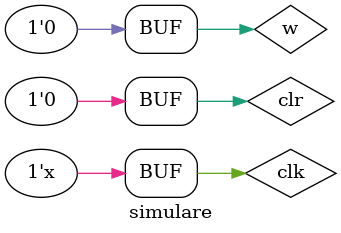
<source format=v>
`timescale 1ns / 1ps


module simulare();
    reg clk, clr, w;
    wire z;
    wire [3:0] contor;
    wire [1:0] statemealy;
    mealyfsm MealyFSM(clk, clr, statemealy, w, z, contor);
    initial begin
        w = 0;
        clk = 0;
        clr = 1;
    #15 clr = 0;
    #30 w = 0;
    #30 w = 1;
    #30 w = 1;
    #30 w = 0;
    #30 w = 1;
    #30 w = 0;
    #30 w = 1;
    #30 w = 0;
    #30 w = 0;
    #30 w = 1;
    #30 w = 0;
    #30 w = 1;
    #30 w = 1;
    #30 w = 1;
    #30 w = 0;
    #30 w = 0;
    end
    always
    begin
    #15
       clk = !clk;
    end
endmodule

</source>
